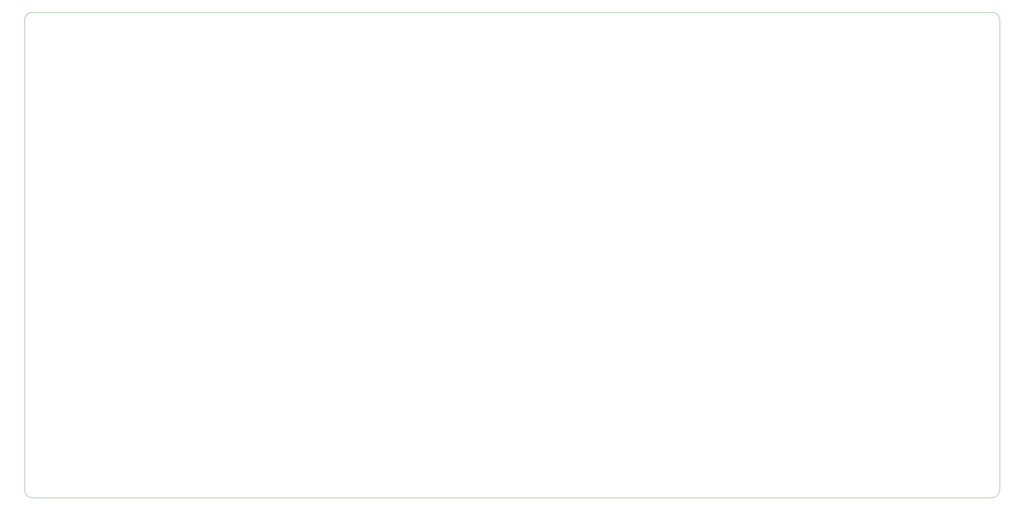
<source format=gm1>
G04 #@! TF.GenerationSoftware,KiCad,Pcbnew,8.0.8-2.fc41*
G04 #@! TF.CreationDate,2025-02-07T13:19:23+00:00*
G04 #@! TF.ProjectId,SCART_switcher,53434152-545f-4737-9769-74636865722e,rev?*
G04 #@! TF.SameCoordinates,Original*
G04 #@! TF.FileFunction,Profile,NP*
%FSLAX46Y46*%
G04 Gerber Fmt 4.6, Leading zero omitted, Abs format (unit mm)*
G04 Created by KiCad (PCBNEW 8.0.8-2.fc41) date 2025-02-07 13:19:23*
%MOMM*%
%LPD*%
G01*
G04 APERTURE LIST*
G04 #@! TA.AperFunction,Profile*
%ADD10C,0.100000*%
G04 #@! TD*
G04 APERTURE END LIST*
D10*
X12500001Y-38000001D02*
X12500001Y-160999999D01*
X265500000Y-36000000D02*
X14500001Y-36000001D01*
X267499999Y-160999999D02*
X267500000Y-38000000D01*
X14500001Y-162999999D02*
X265499999Y-162999999D01*
X14500001Y-162999999D02*
G75*
G02*
X12500001Y-160999999I-1J1999999D01*
G01*
X12500001Y-38000001D02*
G75*
G02*
X14500001Y-36000001I1999999J1D01*
G01*
X267499999Y-160999999D02*
G75*
G02*
X265499999Y-162999999I-1999999J-1D01*
G01*
X265500000Y-36000000D02*
G75*
G02*
X267500000Y-38000000I0J-2000000D01*
G01*
M02*

</source>
